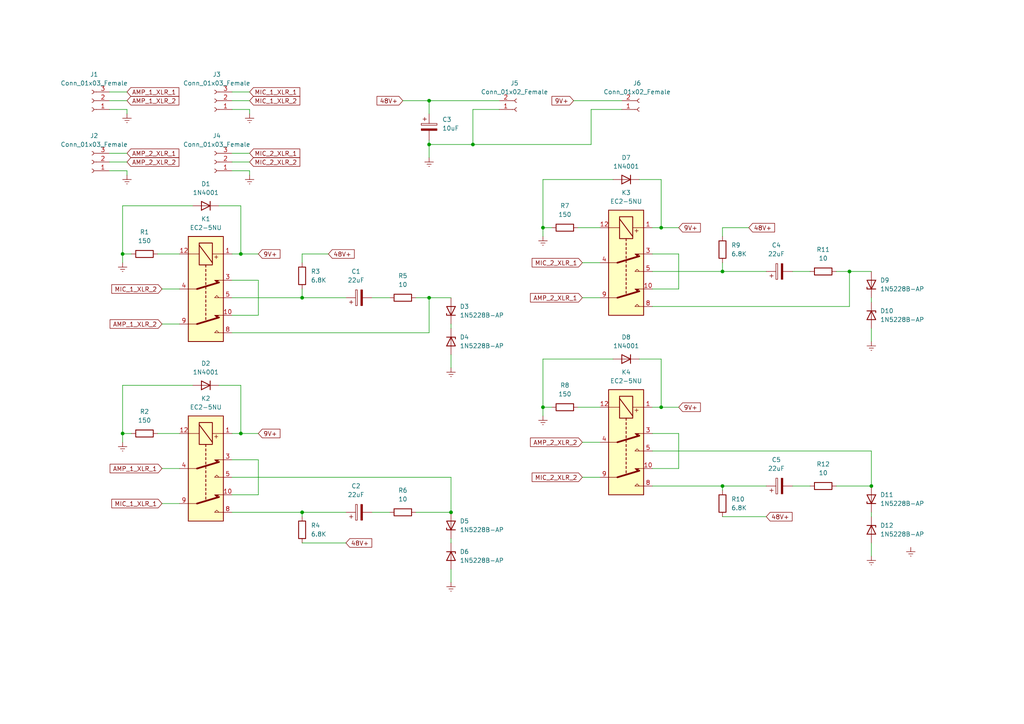
<source format=kicad_sch>
(kicad_sch (version 20211123) (generator eeschema)
  (paper "A4")
  (lib_symbols
    (symbol "Connector:Conn_01x02_Female" (pin_names (offset 1.016) hide)
      (property "Reference" "J" (at 0 2.54 0))
      (property "Value" "Conn_01x02_Female" (at 0 -5.08 0))
      (symbol "Conn_01x02_Female_1_1"
        (arc (start 0 -2.032) (mid -0.508 -2.54) (end 0 -3.048) (stroke (width 0.1524)))
        (polyline (pts (xy -1.27 -2.54) (xy -0.508 -2.54)) (stroke (width 0.1524)))
        (polyline (pts (xy -1.27 0) (xy -0.508 0)) (stroke (width 0.1524)))
        (arc (start 0 0.508) (mid -0.508 0) (end 0 -0.508) (stroke (width 0.1524)))
        (pin passive line (at -5.08 0 0) (length 3.81) (name "Pin_1") (number "1"))
        (pin passive line (at -5.08 -2.54 0) (length 3.81) (name "Pin_2") (number "2"))
      )
    )
    (symbol "Connector:Conn_01x03_Female" (pin_names (offset 1.016) hide)
      (property "Reference" "J" (at 0 5.08 0))
      (property "Value" "Conn_01x03_Female" (at 0 -5.08 0))
      (symbol "Conn_01x03_Female_1_1"
        (arc (start 0 -2.032) (mid -0.508 -2.54) (end 0 -3.048) (stroke (width 0.1524)))
        (polyline (pts (xy -1.27 -2.54) (xy -0.508 -2.54)) (stroke (width 0.1524)))
        (polyline (pts (xy -1.27 0) (xy -0.508 0)) (stroke (width 0.1524)))
        (polyline (pts (xy -1.27 2.54) (xy -0.508 2.54)) (stroke (width 0.1524)))
        (arc (start 0 0.508) (mid -0.508 0) (end 0 -0.508) (stroke (width 0.1524)))
        (arc (start 0 3.048) (mid -0.508 2.54) (end 0 2.032) (stroke (width 0.1524)))
        (pin passive line (at -5.08 2.54 0) (length 3.81) (name "Pin_1") (number "1"))
        (pin passive line (at -5.08 0 0) (length 3.81) (name "Pin_2") (number "2"))
        (pin passive line (at -5.08 -2.54 0) (length 3.81) (name "Pin_3") (number "3"))
      )
    )
    (symbol "Device:C_Polarized" (pin_numbers hide) (pin_names (offset 0.254))
      (property "Reference" "C" (at 0.635 2.54 0))
      (property "Value" "C_Polarized" (at 0.635 -2.54 0))
      (symbol "C_Polarized_0_1"
        (rectangle (start -2.286 0.508) (end 2.286 1.016))
        (polyline (pts (xy -1.778 2.286) (xy -0.762 2.286)))
        (polyline (pts (xy -1.27 2.794) (xy -1.27 1.778)))
        (rectangle (start 2.286 -0.508) (end -2.286 -1.016) (fill (type outline)))
      )
      (symbol "C_Polarized_1_1"
        (pin passive line (at 0 3.81 270) (length 2.794) (name "~") (number "1"))
        (pin passive line (at 0 -3.81 90) (length 2.794) (name "~") (number "2"))
      )
    )
    (symbol "Device:D_Zener" (pin_numbers hide) (pin_names (offset 1.016) hide)
      (property "Reference" "D" (at 0 2.54 0))
      (property "Value" "D_Zener" (at 0 -2.54 0))
      (symbol "D_Zener_0_1"
        (polyline (pts (xy 1.27 0) (xy -1.27 0)))
        (polyline (pts (xy -1.27 -1.27) (xy -1.27 1.27) (xy -0.762 1.27)) (stroke (width 0.254)))
        (polyline (pts (xy 1.27 -1.27) (xy 1.27 1.27) (xy -1.27 0) (xy 1.27 -1.27)) (stroke (width 0.254)))
      )
      (symbol "D_Zener_1_1"
        (pin passive line (at -3.81 0 0) (length 2.54) (name "K") (number "1"))
        (pin passive line (at 3.81 0 180) (length 2.54) (name "A") (number "2"))
      )
    )
    (symbol "Device:R" (pin_numbers hide) (pin_names (offset 0))
      (property "Reference" "R" (at 2.032 0 90))
      (property "Value" "R" (at 0 0 90))
      (symbol "R_0_1"
        (rectangle (start -1.016 -2.54) (end 1.016 2.54) (stroke (width 0.254)))
      )
      (symbol "R_1_1"
        (pin passive line (at 0 3.81 270) (length 1.27) (name "~") (number "1"))
        (pin passive line (at 0 -3.81 90) (length 1.27) (name "~") (number "2"))
      )
    )
    (symbol "Diode:1N4001" (pin_numbers hide) (pin_names hide)
      (property "Reference" "D" (at 0 2.54 0))
      (property "Value" "1N4001" (at 0 -2.54 0))
      (symbol "1N4001_0_1"
        (polyline (pts (xy -1.27 1.27) (xy -1.27 -1.27)) (stroke (width 0.254)))
        (polyline (pts (xy 1.27 0) (xy -1.27 0)))
        (polyline (pts (xy 1.27 1.27) (xy 1.27 -1.27) (xy -1.27 0) (xy 1.27 1.27)) (stroke (width 0.254)))
      )
      (symbol "1N4001_1_1"
        (pin passive line (at -3.81 0 0) (length 2.54) (name "K") (number "1"))
        (pin passive line (at 3.81 0 180) (length 2.54) (name "A") (number "2"))
      )
    )
    (symbol "Relay:EC2-5NU"
      (property "Reference" "K" (at 15.24 8.89 0))
      (property "Value" "EC2-5NU" (at 19.05 6.35 0))
      (symbol "EC2-5NU_1_1"
        (rectangle (start -15.24 5.08) (end 15.24 -5.08) (stroke (width 0.254)) (fill (type background)))
        (rectangle (start -13.335 1.905) (end -6.985 -1.905) (stroke (width 0.254)))
        (polyline (pts (xy -12.7 -1.905) (xy -7.62 1.905)) (stroke (width 0.254)))
        (polyline (pts (xy -10.16 -5.08) (xy -10.16 -1.905)))
        (polyline (pts (xy -10.16 5.08) (xy -10.16 1.905)))
        (polyline (pts (xy -6.985 0) (xy -6.35 0)) (stroke (width 0.254)))
        (polyline (pts (xy -5.715 0) (xy -5.08 0)) (stroke (width 0.254)))
        (polyline (pts (xy -4.445 0) (xy -3.81 0)) (stroke (width 0.254)))
        (polyline (pts (xy -3.175 0) (xy -2.54 0)) (stroke (width 0.254)))
        (polyline (pts (xy -1.905 0) (xy -1.27 0)) (stroke (width 0.254)))
        (polyline (pts (xy -0.635 0) (xy 0 0)) (stroke (width 0.254)))
        (polyline (pts (xy 0 -2.54) (xy -1.905 3.81)) (stroke (width 0.508)))
        (polyline (pts (xy 0 -2.54) (xy 0 -5.08)))
        (polyline (pts (xy 0.635 0) (xy 1.27 0)) (stroke (width 0.254)))
        (polyline (pts (xy 1.905 0) (xy 2.54 0)) (stroke (width 0.254)))
        (polyline (pts (xy 3.175 0) (xy 3.81 0)) (stroke (width 0.254)))
        (polyline (pts (xy 4.445 0) (xy 5.08 0)) (stroke (width 0.254)))
        (polyline (pts (xy 5.715 0) (xy 6.35 0)) (stroke (width 0.254)))
        (polyline (pts (xy 6.985 0) (xy 7.62 0)) (stroke (width 0.254)))
        (polyline (pts (xy 8.255 0) (xy 8.89 0)) (stroke (width 0.254)))
        (polyline (pts (xy 10.16 -2.54) (xy 8.255 3.81)) (stroke (width 0.508)))
        (polyline (pts (xy 10.16 -2.54) (xy 10.16 -5.08)))
        (polyline (pts (xy -2.54 5.08) (xy -2.54 2.54) (xy -1.905 3.175) (xy -2.54 3.81)) (fill (type outline)))
        (polyline (pts (xy 2.54 5.08) (xy 2.54 2.54) (xy 1.905 3.175) (xy 2.54 3.81)))
        (polyline (pts (xy 7.62 5.08) (xy 7.62 2.54) (xy 8.255 3.175) (xy 7.62 3.81)) (fill (type outline)))
        (polyline (pts (xy 12.7 5.08) (xy 12.7 2.54) (xy 12.065 3.175) (xy 12.7 3.81)))
        (text "+" (at -9.271 2.921 0) (effects (font (size 1.27 1.27))))
        (pin passive line (at -10.16 7.62 270) (length 2.54) (name "~") (number "1"))
        (pin passive line (at 7.62 7.62 270) (length 2.54) (name "~") (number "10"))
        (pin passive line (at -10.16 -7.62 90) (length 2.54) (name "~") (number "12"))
        (pin passive line (at -2.54 7.62 270) (length 2.54) (name "~") (number "3"))
        (pin passive line (at 0 -7.62 90) (length 2.54) (name "~") (number "4"))
        (pin passive line (at 2.54 7.62 270) (length 2.54) (name "~") (number "5"))
        (pin passive line (at 12.7 7.62 270) (length 2.54) (name "~") (number "8"))
        (pin passive line (at 10.16 -7.62 90) (length 2.54) (name "~") (number "9"))
      )
    )
    (symbol "power:Earth" (power) (pin_names (offset 0))
      (symbol "Earth_0_1"
        (polyline (pts (xy -0.635 -1.905) (xy 0.635 -1.905)))
        (polyline (pts (xy -0.127 -2.54) (xy 0.127 -2.54)))
        (polyline (pts (xy 0 -1.27) (xy 0 0)))
        (polyline (pts (xy 1.27 -1.27) (xy -1.27 -1.27)))
      )
      (symbol "Earth_1_1"
        (pin power_in line (at 0 0 270) (length 0) hide (name "Earth") (number "1"))
      )
    )
  )
  (junction (at 191.77 66.04))
  (junction (at 124.46 29.21))
  (junction (at 157.48 118.11))
  (junction (at 35.56 125.73))
  (junction (at 130.81 148.59))
  (junction (at 137.16 41.91))
  (junction (at 69.85 73.66))
  (junction (at 69.85 125.73))
  (junction (at 157.48 66.04))
  (junction (at 252.73 140.97))
  (junction (at 87.63 86.36))
  (junction (at 87.63 148.59))
  (junction (at 124.46 86.36))
  (junction (at 191.77 118.11))
  (junction (at 209.55 140.97))
  (junction (at 35.56 73.66))
  (junction (at 209.55 78.74))
  (junction (at 124.46 41.91))
  (junction (at 246.38 78.74))
  (wire (pts (xy 191.77 118.11) (xy 196.85 118.11)))
  (wire (pts (xy 69.85 73.66) (xy 74.93 73.66)))
  (wire (pts (xy 87.63 148.59) (xy 100.33 148.59)))
  (wire (pts (xy 74.93 91.44) (xy 74.93 81.28)))
  (wire (pts (xy 171.45 41.91) (xy 171.45 31.75)))
  (wire (pts (xy 209.55 66.04) (xy 209.55 68.58)))
  (wire (pts (xy 31.75 31.75) (xy 36.83 31.75)))
  (wire (pts (xy 63.5 59.69) (xy 69.85 59.69)))
  (wire (pts (xy 137.16 41.91) (xy 124.46 41.91)))
  (wire (pts (xy 31.75 46.99) (xy 36.83 46.99)))
  (wire (pts (xy 45.72 73.66) (xy 52.07 73.66)))
  (wire (pts (xy 124.46 40.64) (xy 124.46 41.91)))
  (wire (pts (xy 252.73 95.25) (xy 252.73 99.06)))
  (wire (pts (xy 69.85 111.76) (xy 69.85 125.73)))
  (wire (pts (xy 246.38 78.74) (xy 252.73 78.74)))
  (wire (pts (xy 242.57 140.97) (xy 252.73 140.97)))
  (wire (pts (xy 35.56 111.76) (xy 35.56 125.73)))
  (wire (pts (xy 157.48 52.07) (xy 157.48 66.04)))
  (wire (pts (xy 67.31 91.44) (xy 74.93 91.44)))
  (wire (pts (xy 209.55 66.04) (xy 217.17 66.04)))
  (wire (pts (xy 189.23 78.74) (xy 209.55 78.74)))
  (wire (pts (xy 168.91 138.43) (xy 173.99 138.43)))
  (wire (pts (xy 74.93 143.51) (xy 74.93 133.35)))
  (wire (pts (xy 167.64 66.04) (xy 173.99 66.04)))
  (wire (pts (xy 189.23 130.81) (xy 252.73 130.81)))
  (wire (pts (xy 189.23 83.82) (xy 196.85 83.82)))
  (wire (pts (xy 191.77 66.04) (xy 196.85 66.04)))
  (wire (pts (xy 38.1 125.73) (xy 35.56 125.73)))
  (wire (pts (xy 130.81 165.1) (xy 130.81 168.91)))
  (wire (pts (xy 74.93 133.35) (xy 67.31 133.35)))
  (wire (pts (xy 130.81 138.43) (xy 130.81 148.59)))
  (wire (pts (xy 87.63 73.66) (xy 95.25 73.66)))
  (wire (pts (xy 67.31 138.43) (xy 130.81 138.43)))
  (wire (pts (xy 157.48 118.11) (xy 157.48 120.65)))
  (wire (pts (xy 185.42 104.14) (xy 191.77 104.14)))
  (wire (pts (xy 120.65 86.36) (xy 124.46 86.36)))
  (wire (pts (xy 46.99 83.82) (xy 52.07 83.82)))
  (wire (pts (xy 35.56 59.69) (xy 35.56 73.66)))
  (wire (pts (xy 35.56 59.69) (xy 55.88 59.69)))
  (wire (pts (xy 229.87 78.74) (xy 234.95 78.74)))
  (wire (pts (xy 87.63 83.82) (xy 87.63 86.36)))
  (wire (pts (xy 35.56 125.73) (xy 35.56 128.27)))
  (wire (pts (xy 35.56 111.76) (xy 55.88 111.76)))
  (wire (pts (xy 46.99 93.98) (xy 52.07 93.98)))
  (wire (pts (xy 67.31 46.99) (xy 72.39 46.99)))
  (wire (pts (xy 168.91 86.36) (xy 173.99 86.36)))
  (wire (pts (xy 196.85 125.73) (xy 189.23 125.73)))
  (wire (pts (xy 107.95 86.36) (xy 113.03 86.36)))
  (wire (pts (xy 67.31 44.45) (xy 72.39 44.45)))
  (wire (pts (xy 246.38 88.9) (xy 246.38 78.74)))
  (wire (pts (xy 196.85 135.89) (xy 196.85 125.73)))
  (wire (pts (xy 67.31 26.67) (xy 72.39 26.67)))
  (wire (pts (xy 160.02 66.04) (xy 157.48 66.04)))
  (wire (pts (xy 137.16 31.75) (xy 137.16 41.91)))
  (wire (pts (xy 252.73 130.81) (xy 252.73 140.97)))
  (wire (pts (xy 124.46 41.91) (xy 124.46 45.72)))
  (wire (pts (xy 160.02 118.11) (xy 157.48 118.11)))
  (wire (pts (xy 229.87 140.97) (xy 234.95 140.97)))
  (wire (pts (xy 171.45 31.75) (xy 180.34 31.75)))
  (wire (pts (xy 35.56 73.66) (xy 35.56 76.2)))
  (wire (pts (xy 209.55 76.2) (xy 209.55 78.74)))
  (wire (pts (xy 74.93 81.28) (xy 67.31 81.28)))
  (wire (pts (xy 189.23 135.89) (xy 196.85 135.89)))
  (wire (pts (xy 87.63 149.86) (xy 87.63 148.59)))
  (wire (pts (xy 167.64 118.11) (xy 173.99 118.11)))
  (wire (pts (xy 196.85 73.66) (xy 189.23 73.66)))
  (wire (pts (xy 69.85 125.73) (xy 74.93 125.73)))
  (wire (pts (xy 36.83 49.53) (xy 36.83 50.8)))
  (wire (pts (xy 67.31 73.66) (xy 69.85 73.66)))
  (wire (pts (xy 189.23 66.04) (xy 191.77 66.04)))
  (wire (pts (xy 67.31 29.21) (xy 72.39 29.21)))
  (wire (pts (xy 45.72 125.73) (xy 52.07 125.73)))
  (wire (pts (xy 67.31 31.75) (xy 72.39 31.75)))
  (wire (pts (xy 157.48 104.14) (xy 177.8 104.14)))
  (wire (pts (xy 72.39 50.8) (xy 72.39 49.53)))
  (wire (pts (xy 87.63 86.36) (xy 100.33 86.36)))
  (wire (pts (xy 31.75 26.67) (xy 36.83 26.67)))
  (wire (pts (xy 157.48 104.14) (xy 157.48 118.11)))
  (wire (pts (xy 124.46 29.21) (xy 124.46 33.02)))
  (wire (pts (xy 67.31 86.36) (xy 87.63 86.36)))
  (wire (pts (xy 209.55 142.24) (xy 209.55 140.97)))
  (wire (pts (xy 189.23 88.9) (xy 246.38 88.9)))
  (wire (pts (xy 87.63 73.66) (xy 87.63 76.2)))
  (wire (pts (xy 189.23 140.97) (xy 209.55 140.97)))
  (wire (pts (xy 242.57 78.74) (xy 246.38 78.74)))
  (wire (pts (xy 46.99 146.05) (xy 52.07 146.05)))
  (wire (pts (xy 168.91 76.2) (xy 173.99 76.2)))
  (wire (pts (xy 116.84 29.21) (xy 124.46 29.21)))
  (wire (pts (xy 252.73 149.86) (xy 252.73 148.59)))
  (wire (pts (xy 130.81 95.25) (xy 130.81 93.98)))
  (wire (pts (xy 209.55 140.97) (xy 222.25 140.97)))
  (wire (pts (xy 67.31 96.52) (xy 124.46 96.52)))
  (wire (pts (xy 144.78 31.75) (xy 137.16 31.75)))
  (wire (pts (xy 67.31 49.53) (xy 72.39 49.53)))
  (wire (pts (xy 191.77 52.07) (xy 191.77 66.04)))
  (wire (pts (xy 124.46 96.52) (xy 124.46 86.36)))
  (wire (pts (xy 31.75 49.53) (xy 36.83 49.53)))
  (wire (pts (xy 46.99 135.89) (xy 52.07 135.89)))
  (wire (pts (xy 67.31 143.51) (xy 74.93 143.51)))
  (wire (pts (xy 31.75 44.45) (xy 36.83 44.45)))
  (wire (pts (xy 36.83 31.75) (xy 36.83 33.02)))
  (wire (pts (xy 63.5 111.76) (xy 69.85 111.76)))
  (wire (pts (xy 67.31 125.73) (xy 69.85 125.73)))
  (wire (pts (xy 189.23 118.11) (xy 191.77 118.11)))
  (wire (pts (xy 185.42 52.07) (xy 191.77 52.07)))
  (wire (pts (xy 168.91 128.27) (xy 173.99 128.27)))
  (wire (pts (xy 252.73 157.48) (xy 252.73 161.29)))
  (wire (pts (xy 157.48 52.07) (xy 177.8 52.07)))
  (wire (pts (xy 137.16 41.91) (xy 171.45 41.91)))
  (wire (pts (xy 252.73 87.63) (xy 252.73 86.36)))
  (wire (pts (xy 87.63 157.48) (xy 100.33 157.48)))
  (wire (pts (xy 120.65 148.59) (xy 130.81 148.59)))
  (wire (pts (xy 124.46 29.21) (xy 144.78 29.21)))
  (wire (pts (xy 209.55 78.74) (xy 222.25 78.74)))
  (wire (pts (xy 157.48 66.04) (xy 157.48 68.58)))
  (wire (pts (xy 69.85 59.69) (xy 69.85 73.66)))
  (wire (pts (xy 130.81 102.87) (xy 130.81 106.68)))
  (wire (pts (xy 67.31 148.59) (xy 87.63 148.59)))
  (wire (pts (xy 191.77 104.14) (xy 191.77 118.11)))
  (wire (pts (xy 38.1 73.66) (xy 35.56 73.66)))
  (wire (pts (xy 209.55 149.86) (xy 222.25 149.86)))
  (wire (pts (xy 31.75 29.21) (xy 36.83 29.21)))
  (wire (pts (xy 166.37 29.21) (xy 180.34 29.21)))
  (wire (pts (xy 107.95 148.59) (xy 113.03 148.59)))
  (wire (pts (xy 72.39 31.75) (xy 72.39 33.02)))
  (wire (pts (xy 124.46 86.36) (xy 130.81 86.36)))
  (wire (pts (xy 130.81 157.48) (xy 130.81 156.21)))
  (wire (pts (xy 196.85 83.82) (xy 196.85 73.66)))
  (global_label "MIC_1_XLR_2" (shape input) (at 72.39 29.21 0) (property "Intersheet References" "${INTERSHEET_REFS}" (effects hide)))
  (global_label "9V+" (shape input) (at 74.93 73.66 0) (property "Intersheet References" "${INTERSHEET_REFS}" (effects hide)))
  (global_label "48V+" (shape input) (at 222.25 149.86 0) (property "Intersheet References" "${INTERSHEET_REFS}" (effects hide)))
  (global_label "48V+" (shape input) (at 100.33 157.48 0) (property "Intersheet References" "${INTERSHEET_REFS}" (effects hide)))
  (global_label "AMP_2_XLR_2" (shape input) (at 168.91 128.27 180) (property "Intersheet References" "${INTERSHEET_REFS}" (effects hide)))
  (global_label "MIC_1_XLR_2" (shape input) (at 46.99 83.82 180) (property "Intersheet References" "${INTERSHEET_REFS}" (effects hide)))
  (global_label "AMP_2_XLR_1" (shape input) (at 168.91 86.36 180) (property "Intersheet References" "${INTERSHEET_REFS}" (effects hide)))
  (global_label "MIC_2_XLR_1" (shape input) (at 72.39 44.45 0) (property "Intersheet References" "${INTERSHEET_REFS}" (effects hide)))
  (global_label "9V+" (shape input) (at 196.85 66.04 0) (property "Intersheet References" "${INTERSHEET_REFS}" (effects hide)))
  (global_label "9V+" (shape input) (at 74.93 125.73 0) (property "Intersheet References" "${INTERSHEET_REFS}" (effects hide)))
  (global_label "AMP_1_XLR_2" (shape input) (at 36.83 29.21 0) (property "Intersheet References" "${INTERSHEET_REFS}" (effects hide)))
  (global_label "9V+" (shape input) (at 166.37 29.21 180) (property "Intersheet References" "${INTERSHEET_REFS}" (effects hide)))
  (global_label "48V+" (shape input) (at 217.17 66.04 0) (property "Intersheet References" "${INTERSHEET_REFS}" (effects hide)))
  (global_label "MIC_1_XLR_1" (shape input) (at 72.39 26.67 0) (property "Intersheet References" "${INTERSHEET_REFS}" (effects hide)))
  (global_label "9V+" (shape input) (at 196.85 118.11 0) (property "Intersheet References" "${INTERSHEET_REFS}" (effects hide)))
  (global_label "AMP_1_XLR_1" (shape input) (at 46.99 135.89 180) (property "Intersheet References" "${INTERSHEET_REFS}" (effects hide)))
  (global_label "AMP_2_XLR_2" (shape input) (at 36.83 46.99 0) (property "Intersheet References" "${INTERSHEET_REFS}" (effects hide)))
  (global_label "48V+" (shape input) (at 95.25 73.66 0) (property "Intersheet References" "${INTERSHEET_REFS}" (effects hide)))
  (global_label "48V+" (shape input) (at 116.84 29.21 180) (property "Intersheet References" "${INTERSHEET_REFS}" (effects hide)))
  (global_label "AMP_1_XLR_1" (shape input) (at 36.83 26.67 0) (property "Intersheet References" "${INTERSHEET_REFS}" (effects hide)))
  (global_label "MIC_2_XLR_2" (shape input) (at 72.39 46.99 0) (property "Intersheet References" "${INTERSHEET_REFS}" (effects hide)))
  (global_label "MIC_2_XLR_1" (shape input) (at 168.91 76.2 180) (property "Intersheet References" "${INTERSHEET_REFS}" (effects hide)))
  (global_label "AMP_1_XLR_2" (shape input) (at 46.99 93.98 180) (property "Intersheet References" "${INTERSHEET_REFS}" (effects hide)))
  (global_label "MIC_2_XLR_2" (shape input) (at 168.91 138.43 180) (property "Intersheet References" "${INTERSHEET_REFS}" (effects hide)))
  (global_label "AMP_2_XLR_1" (shape input) (at 36.83 44.45 0) (property "Intersheet References" "${INTERSHEET_REFS}" (effects hide)))
  (global_label "MIC_1_XLR_1" (shape input) (at 46.99 146.05 180) (property "Intersheet References" "${INTERSHEET_REFS}" (effects hide)))
  (symbol (lib_id "Relay:EC2-5NU") (at 181.61 76.2 270) (unit 1)
    (property "Reference" "K3" (at 181.61 55.88 90))
    (property "Value" "EC2-5NU" (at 181.61 58.42 90))
    (property "Footprint" "Relay_THT:Relay_DPDT_Kemet_EC2" (effects hide))
    (property "Datasheet" "https://content.kemet.com/datasheets/KEM_R7002_EC2_EE2.pdf" (effects hide))
  )
  (symbol (lib_id "power:Earth") (at 36.83 33.02 0) (unit 1)
    (property "Reference" "#PWR03" (effects hide))
    (property "Value" "Earth" (effects hide))
  )
  (symbol (lib_id "Device:C_Polarized") (at 226.06 78.74 90) (unit 1)
    (property "Reference" "C4" (at 225.171 71.12 90))
    (property "Value" "22uF" (at 225.171 73.66 90))
    (property "Footprint" "Capacitor_THT:CP_Radial_D6.3mm_P2.50mm" (effects hide))
    (property "Datasheet" "https://www.mouser.tw/datasheet/2/977/e_ZLJ-1601167.pdf" (effects hide))
  )
  (symbol (lib_id "Device:D_Zener") (at 252.73 153.67 270) (unit 1)
    (property "Reference" "D12" (at 255.27 152.3999 90) (effects (justify left)))
    (property "Value" "1N5228B-AP" (at 255.27 154.9399 90) (effects (justify left)))
    (property "Footprint" "Diode_THT:D_DO-35_SOD27_P7.62mm_Horizontal" (effects hide))
  )
  (symbol (lib_id "Relay:EC2-5NU") (at 59.69 83.82 270) (unit 1)
    (property "Reference" "K1" (at 59.69 63.5 90))
    (property "Value" "EC2-5NU" (at 59.69 66.04 90))
    (property "Footprint" "Relay_THT:Relay_DPDT_Kemet_EC2" (effects hide))
    (property "Datasheet" "https://content.kemet.com/datasheets/KEM_R7002_EC2_EE2.pdf" (effects hide))
  )
  (symbol (lib_id "power:Earth") (at 72.39 50.8 0) (mirror y) (unit 1)
    (property "Reference" "#PWR06" (effects hide))
    (property "Value" "Earth" (effects hide))
  )
  (symbol (lib_id "Device:R") (at 163.83 66.04 270) (unit 1)
    (property "Reference" "R7" (at 163.83 59.69 90))
    (property "Value" "150" (at 163.83 62.23 90))
    (property "Footprint" "Resistor_THT:R_Axial_DIN0207_L6.3mm_D2.5mm_P10.16mm_Horizontal" (effects hide))
  )
  (symbol (lib_id "power:Earth") (at 157.48 68.58 0) (unit 1)
    (property "Reference" "#PWR010" (effects hide))
    (property "Value" "Earth" (effects hide))
  )
  (symbol (lib_id "Device:R") (at 116.84 148.59 270) (unit 1)
    (property "Reference" "R6" (at 116.84 142.24 90))
    (property "Value" "10" (at 116.84 144.78 90))
    (property "Footprint" "Resistor_THT:R_Axial_DIN0207_L6.3mm_D2.5mm_P10.16mm_Horizontal" (effects hide))
  )
  (symbol (lib_id "Device:D_Zener") (at 130.81 99.06 270) (unit 1)
    (property "Reference" "D4" (at 133.35 97.7899 90) (effects (justify left)))
    (property "Value" "1N5228B-AP" (at 133.35 100.3299 90) (effects (justify left)))
    (property "Footprint" "Diode_THT:D_DO-35_SOD27_P7.62mm_Horizontal" (effects hide))
  )
  (symbol (lib_id "Device:R") (at 41.91 73.66 270) (unit 1)
    (property "Reference" "R1" (at 41.91 67.31 90))
    (property "Value" "150" (at 41.91 69.85 90))
    (property "Footprint" "Resistor_THT:R_Axial_DIN0207_L6.3mm_D2.5mm_P10.16mm_Horizontal" (effects hide))
  )
  (symbol (lib_id "Device:C_Polarized") (at 226.06 140.97 90) (unit 1)
    (property "Reference" "C5" (at 225.171 133.35 90))
    (property "Value" "22uF" (at 225.171 135.89 90))
    (property "Footprint" "Capacitor_THT:CP_Radial_D6.3mm_P2.50mm" (effects hide))
    (property "Datasheet" "https://www.mouser.tw/datasheet/2/977/e_ZLJ-1601167.pdf" (effects hide))
  )
  (symbol (lib_id "Connector:Conn_01x02_Female") (at 185.42 31.75 0) (mirror x) (unit 1)
    (property "Reference" "J6" (at 184.785 24.13 0))
    (property "Value" "Conn_01x02_Female" (at 184.785 26.67 0))
    (property "Footprint" "Connector_PinHeader_2.54mm:PinHeader_1x02_P2.54mm_Vertical" (effects hide))
  )
  (symbol (lib_id "power:Earth") (at 36.83 50.8 0) (unit 1)
    (property "Reference" "#PWR04" (effects hide))
    (property "Value" "Earth" (effects hide))
  )
  (symbol (lib_id "Device:R") (at 87.63 153.67 0) (unit 1)
    (property "Reference" "R4" (at 90.17 152.3999 0) (effects (justify left)))
    (property "Value" "6.8K" (at 90.17 154.9399 0) (effects (justify left)))
    (property "Footprint" "Resistor_THT:R_Axial_DIN0207_L6.3mm_D2.5mm_P10.16mm_Horizontal" (effects hide))
  )
  (symbol (lib_id "Diode:1N4001") (at 181.61 104.14 180) (unit 1)
    (property "Reference" "D8" (at 181.61 97.79 0))
    (property "Value" "1N4001" (at 181.61 100.33 0))
    (property "Footprint" "Diode_THT:D_DO-41_SOD81_P10.16mm_Horizontal" (effects hide))
    (property "Datasheet" "http://www.vishay.com/docs/88503/1n4001.pdf" (effects hide))
  )
  (symbol (lib_id "Device:D_Zener") (at 130.81 90.17 90) (unit 1)
    (property "Reference" "D3" (at 133.35 88.8999 90) (effects (justify right)))
    (property "Value" "1N5228B-AP" (at 133.35 91.4399 90) (effects (justify right)))
    (property "Footprint" "Diode_THT:D_DO-35_SOD27_P7.62mm_Horizontal" (effects hide))
  )
  (symbol (lib_id "Relay:EC2-5NU") (at 59.69 135.89 270) (unit 1)
    (property "Reference" "K2" (at 59.69 115.57 90))
    (property "Value" "EC2-5NU" (at 59.69 118.11 90))
    (property "Footprint" "Relay_THT:Relay_DPDT_Kemet_EC2" (effects hide))
    (property "Datasheet" "https://content.kemet.com/datasheets/KEM_R7002_EC2_EE2.pdf" (effects hide))
  )
  (symbol (lib_id "power:Earth") (at 130.81 168.91 0) (unit 1)
    (property "Reference" "#PWR09" (effects hide))
    (property "Value" "Earth" (effects hide))
  )
  (symbol (lib_id "Connector:Conn_01x03_Female") (at 26.67 29.21 180) (unit 1)
    (property "Reference" "J1" (at 27.305 21.59 0))
    (property "Value" "Conn_01x03_Female" (at 27.305 24.13 0))
    (property "Footprint" "Connector_PinHeader_2.54mm:PinHeader_1x03_P2.54mm_Vertical" (effects hide))
  )
  (symbol (lib_id "Device:R") (at 116.84 86.36 270) (unit 1)
    (property "Reference" "R5" (at 116.84 80.01 90))
    (property "Value" "10" (at 116.84 82.55 90))
    (property "Footprint" "Resistor_THT:R_Axial_DIN0207_L6.3mm_D2.5mm_P10.16mm_Horizontal" (effects hide))
  )
  (symbol (lib_id "Device:D_Zener") (at 252.73 144.78 90) (unit 1)
    (property "Reference" "D11" (at 255.27 143.5099 90) (effects (justify right)))
    (property "Value" "1N5228B-AP" (at 255.27 146.0499 90) (effects (justify right)))
    (property "Footprint" "Diode_THT:D_DO-35_SOD27_P7.62mm_Horizontal" (effects hide))
  )
  (symbol (lib_id "Device:R") (at 41.91 125.73 270) (unit 1)
    (property "Reference" "R2" (at 41.91 119.38 90))
    (property "Value" "150" (at 41.91 121.92 90))
    (property "Footprint" "Resistor_THT:R_Axial_DIN0207_L6.3mm_D2.5mm_P10.16mm_Horizontal" (effects hide))
  )
  (symbol (lib_id "Device:D_Zener") (at 252.73 91.44 270) (unit 1)
    (property "Reference" "D10" (at 255.27 90.1699 90) (effects (justify left)))
    (property "Value" "1N5228B-AP" (at 255.27 92.7099 90) (effects (justify left)))
    (property "Footprint" "Diode_THT:D_DO-35_SOD27_P7.62mm_Horizontal" (effects hide))
  )
  (symbol (lib_id "Device:D_Zener") (at 252.73 82.55 90) (unit 1)
    (property "Reference" "D9" (at 255.27 81.2799 90) (effects (justify right)))
    (property "Value" "1N5228B-AP" (at 255.27 83.8199 90) (effects (justify right)))
    (property "Footprint" "Diode_THT:D_DO-35_SOD27_P7.62mm_Horizontal" (effects hide))
  )
  (symbol (lib_id "Device:C_Polarized") (at 124.46 36.83 0) (unit 1)
    (property "Reference" "C3" (at 128.27 34.6709 0) (effects (justify left)))
    (property "Value" "10uF" (at 128.27 37.2109 0) (effects (justify left)))
    (property "Footprint" "Capacitor_THT:CP_Radial_D6.3mm_P2.50mm" (effects hide))
    (property "Datasheet" "https://www.mouser.tw/datasheet/2/977/e_ZLJ-1601167.pdf" (effects hide))
  )
  (symbol (lib_id "Connector:Conn_01x03_Female") (at 26.67 46.99 180) (unit 1)
    (property "Reference" "J2" (at 27.305 39.37 0))
    (property "Value" "Conn_01x03_Female" (at 27.305 41.91 0))
    (property "Footprint" "Connector_PinHeader_2.54mm:PinHeader_1x03_P2.54mm_Vertical" (effects hide))
  )
  (symbol (lib_id "Relay:EC2-5NU") (at 181.61 128.27 270) (unit 1)
    (property "Reference" "K4" (at 181.61 107.95 90))
    (property "Value" "EC2-5NU" (at 181.61 110.49 90))
    (property "Footprint" "Relay_THT:Relay_DPDT_Kemet_EC2" (effects hide))
    (property "Datasheet" "https://content.kemet.com/datasheets/KEM_R7002_EC2_EE2.pdf" (effects hide))
  )
  (symbol (lib_id "Diode:1N4001") (at 181.61 52.07 180) (unit 1)
    (property "Reference" "D7" (at 181.61 45.72 0))
    (property "Value" "1N4001" (at 181.61 48.26 0))
    (property "Footprint" "Diode_THT:D_DO-41_SOD81_P10.16mm_Horizontal" (effects hide))
    (property "Datasheet" "http://www.vishay.com/docs/88503/1n4001.pdf" (effects hide))
  )
  (symbol (lib_id "power:Earth") (at 35.56 128.27 0) (unit 1)
    (property "Reference" "#PWR02" (effects hide))
    (property "Value" "Earth" (effects hide))
  )
  (symbol (lib_id "Connector:Conn_01x02_Female") (at 149.86 31.75 0) (mirror x) (unit 1)
    (property "Reference" "J5" (at 149.225 24.13 0))
    (property "Value" "Conn_01x02_Female" (at 149.225 26.67 0))
    (property "Footprint" "Connector_PinHeader_2.54mm:PinHeader_1x02_P2.54mm_Vertical" (effects hide))
  )
  (symbol (lib_id "Device:C_Polarized") (at 104.14 148.59 90) (unit 1)
    (property "Reference" "C2" (at 103.251 140.97 90))
    (property "Value" "22uF" (at 103.251 143.51 90))
    (property "Footprint" "Capacitor_THT:CP_Radial_D6.3mm_P2.50mm" (effects hide))
    (property "Datasheet" "https://www.mouser.tw/datasheet/2/977/e_ZLJ-1601167.pdf" (effects hide))
  )
  (symbol (lib_id "power:Earth") (at 252.73 99.06 0) (unit 1)
    (property "Reference" "#PWR012" (effects hide))
    (property "Value" "Earth" (effects hide))
  )
  (symbol (lib_id "power:Earth") (at 130.81 106.68 0) (unit 1)
    (property "Reference" "#PWR08" (effects hide))
    (property "Value" "Earth" (effects hide))
  )
  (symbol (lib_id "Device:D_Zener") (at 130.81 161.29 270) (unit 1)
    (property "Reference" "D6" (at 133.35 160.0199 90) (effects (justify left)))
    (property "Value" "1N5228B-AP" (at 133.35 162.5599 90) (effects (justify left)))
    (property "Footprint" "Diode_THT:D_DO-35_SOD27_P7.62mm_Horizontal" (effects hide))
  )
  (symbol (lib_id "power:Earth") (at 35.56 76.2 0) (unit 1)
    (property "Reference" "#PWR01" (effects hide))
    (property "Value" "Earth" (effects hide))
  )
  (symbol (lib_id "Device:R") (at 163.83 118.11 270) (unit 1)
    (property "Reference" "R8" (at 163.83 111.76 90))
    (property "Value" "150" (at 163.83 114.3 90))
    (property "Footprint" "Resistor_THT:R_Axial_DIN0207_L6.3mm_D2.5mm_P10.16mm_Horizontal" (effects hide))
  )
  (symbol (lib_id "power:Earth") (at 124.46 45.72 0) (unit 1)
    (property "Reference" "#PWR07" (effects hide))
    (property "Value" "Earth" (effects hide))
  )
  (symbol (lib_id "power:Earth") (at 264.16 158.75 0) (unit 1)
    (property "Reference" "#PWR014" (effects hide))
    (property "Value" "Earth" (effects hide))
  )
  (symbol (lib_id "Device:R") (at 209.55 72.39 180) (unit 1)
    (property "Reference" "R9" (at 212.09 71.1199 0) (effects (justify right)))
    (property "Value" "6.8K" (at 212.09 73.6599 0) (effects (justify right)))
    (property "Footprint" "Resistor_THT:R_Axial_DIN0207_L6.3mm_D2.5mm_P10.16mm_Horizontal" (effects hide))
  )
  (symbol (lib_id "Connector:Conn_01x03_Female") (at 62.23 46.99 180) (unit 1)
    (property "Reference" "J4" (at 62.865 39.37 0))
    (property "Value" "Conn_01x03_Female" (at 62.865 41.91 0))
    (property "Footprint" "Connector_PinHeader_2.54mm:PinHeader_1x03_P2.54mm_Vertical" (effects hide))
  )
  (symbol (lib_id "Device:R") (at 87.63 80.01 180) (unit 1)
    (property "Reference" "R3" (at 90.17 78.7399 0) (effects (justify right)))
    (property "Value" "6.8K" (at 90.17 81.2799 0) (effects (justify right)))
    (property "Footprint" "Resistor_THT:R_Axial_DIN0207_L6.3mm_D2.5mm_P10.16mm_Horizontal" (effects hide))
  )
  (symbol (lib_id "power:Earth") (at 157.48 120.65 0) (unit 1)
    (property "Reference" "#PWR011" (effects hide))
    (property "Value" "Earth" (effects hide))
  )
  (symbol (lib_id "Device:R") (at 238.76 140.97 270) (unit 1)
    (property "Reference" "R12" (at 238.76 134.62 90))
    (property "Value" "10" (at 238.76 137.16 90))
    (property "Footprint" "Resistor_THT:R_Axial_DIN0207_L6.3mm_D2.5mm_P10.16mm_Horizontal" (effects hide))
  )
  (symbol (lib_id "power:Earth") (at 72.39 33.02 0) (mirror y) (unit 1)
    (property "Reference" "#PWR05" (effects hide))
    (property "Value" "Earth" (effects hide))
  )
  (symbol (lib_id "Device:R") (at 209.55 146.05 0) (unit 1)
    (property "Reference" "R10" (at 212.09 144.7799 0) (effects (justify left)))
    (property "Value" "6.8K" (at 212.09 147.3199 0) (effects (justify left)))
    (property "Footprint" "Resistor_THT:R_Axial_DIN0207_L6.3mm_D2.5mm_P10.16mm_Horizontal" (effects hide))
  )
  (symbol (lib_id "Device:C_Polarized") (at 104.14 86.36 90) (unit 1)
    (property "Reference" "C1" (at 103.251 78.74 90))
    (property "Value" "22uF" (at 103.251 81.28 90))
    (property "Footprint" "Capacitor_THT:CP_Radial_D6.3mm_P2.50mm" (effects hide))
    (property "Datasheet" "https://www.mouser.tw/datasheet/2/977/e_ZLJ-1601167.pdf" (effects hide))
  )
  (symbol (lib_id "Diode:1N4001") (at 59.69 59.69 180) (unit 1)
    (property "Reference" "D1" (at 59.69 53.34 0))
    (property "Value" "1N4001" (at 59.69 55.88 0))
    (property "Footprint" "Diode_THT:D_DO-41_SOD81_P10.16mm_Horizontal" (effects hide))
    (property "Datasheet" "http://www.vishay.com/docs/88503/1n4001.pdf" (effects hide))
  )
  (symbol (lib_id "power:Earth") (at 252.73 161.29 0) (unit 1)
    (property "Reference" "#PWR013" (effects hide))
    (property "Value" "Earth" (effects hide))
  )
  (symbol (lib_id "Connector:Conn_01x03_Female") (at 62.23 29.21 180) (unit 1)
    (property "Reference" "J3" (at 62.865 21.59 0))
    (property "Value" "Conn_01x03_Female" (at 62.865 24.13 0))
    (property "Footprint" "Connector_PinHeader_2.54mm:PinHeader_1x03_P2.54mm_Vertical" (effects hide))
  )
  (symbol (lib_id "Device:D_Zener") (at 130.81 152.4 90) (unit 1)
    (property "Reference" "D5" (at 133.35 151.1299 90) (effects (justify right)))
    (property "Value" "1N5228B-AP" (at 133.35 153.6699 90) (effects (justify right)))
    (property "Footprint" "Diode_THT:D_DO-35_SOD27_P7.62mm_Horizontal" (effects hide))
  )
  (symbol (lib_id "Diode:1N4001") (at 59.69 111.76 180) (unit 1)
    (property "Reference" "D2" (at 59.69 105.41 0))
    (property "Value" "1N4001" (at 59.69 107.95 0))
    (property "Footprint" "Diode_THT:D_DO-41_SOD81_P10.16mm_Horizontal" (effects hide))
    (property "Datasheet" "http://www.vishay.com/docs/88503/1n4001.pdf" (effects hide))
  )
  (symbol (lib_id "Device:R") (at 238.76 78.74 270) (unit 1)
    (property "Reference" "R11" (at 238.76 72.39 90))
    (property "Value" "10" (at 238.76 74.93 90))
    (property "Footprint" "Resistor_THT:R_Axial_DIN0207_L6.3mm_D2.5mm_P10.16mm_Horizontal" (effects hide))
  )
)
</source>
